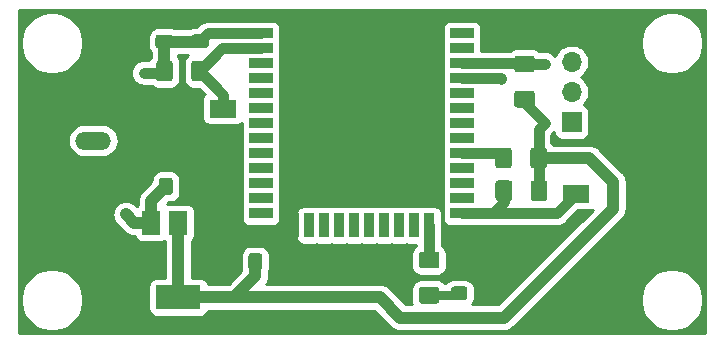
<source format=gtl>
G04 #@! TF.GenerationSoftware,KiCad,Pcbnew,(5.1.9)-1*
G04 #@! TF.CreationDate,2021-04-10T17:31:22+02:00*
G04 #@! TF.ProjectId,StralingslocatiePCB,53747261-6c69-46e6-9773-6c6f63617469,rev?*
G04 #@! TF.SameCoordinates,Original*
G04 #@! TF.FileFunction,Copper,L1,Top*
G04 #@! TF.FilePolarity,Positive*
%FSLAX46Y46*%
G04 Gerber Fmt 4.6, Leading zero omitted, Abs format (unit mm)*
G04 Created by KiCad (PCBNEW (5.1.9)-1) date 2021-04-10 17:31:22*
%MOMM*%
%LPD*%
G01*
G04 APERTURE LIST*
G04 #@! TA.AperFunction,SMDPad,CuDef*
%ADD10R,2.000000X0.900000*%
G04 #@! TD*
G04 #@! TA.AperFunction,SMDPad,CuDef*
%ADD11R,0.900000X2.000000*%
G04 #@! TD*
G04 #@! TA.AperFunction,SMDPad,CuDef*
%ADD12R,1.330000X1.330000*%
G04 #@! TD*
G04 #@! TA.AperFunction,ComponentPad*
%ADD13C,0.400000*%
G04 #@! TD*
G04 #@! TA.AperFunction,ComponentPad*
%ADD14O,1.700000X1.700000*%
G04 #@! TD*
G04 #@! TA.AperFunction,ComponentPad*
%ADD15R,1.700000X1.700000*%
G04 #@! TD*
G04 #@! TA.AperFunction,SMDPad,CuDef*
%ADD16R,2.300000X1.500000*%
G04 #@! TD*
G04 #@! TA.AperFunction,SMDPad,CuDef*
%ADD17R,3.800000X2.000000*%
G04 #@! TD*
G04 #@! TA.AperFunction,SMDPad,CuDef*
%ADD18R,1.500000X2.000000*%
G04 #@! TD*
G04 #@! TA.AperFunction,ComponentPad*
%ADD19O,3.014980X1.506220*%
G04 #@! TD*
G04 #@! TA.AperFunction,ViaPad*
%ADD20C,0.800000*%
G04 #@! TD*
G04 #@! TA.AperFunction,Conductor*
%ADD21C,0.762000*%
G04 #@! TD*
G04 #@! TA.AperFunction,Conductor*
%ADD22C,1.016000*%
G04 #@! TD*
G04 #@! TA.AperFunction,Conductor*
%ADD23C,0.900000*%
G04 #@! TD*
G04 #@! TA.AperFunction,Conductor*
%ADD24C,0.254000*%
G04 #@! TD*
G04 #@! TA.AperFunction,Conductor*
%ADD25C,0.100000*%
G04 #@! TD*
G04 APERTURE END LIST*
D10*
X136702000Y-41160000D03*
X136702000Y-42430000D03*
X136702000Y-43700000D03*
X136702000Y-44970000D03*
X136702000Y-46240000D03*
X136702000Y-47510000D03*
X136702000Y-48780000D03*
X136702000Y-50050000D03*
X136702000Y-51320000D03*
X136702000Y-52590000D03*
X136702000Y-53860000D03*
X136702000Y-55130000D03*
X136702000Y-56400000D03*
X136702000Y-57670000D03*
D11*
X139487000Y-58670000D03*
X140757000Y-58670000D03*
X142027000Y-58670000D03*
X143297000Y-58670000D03*
X144567000Y-58670000D03*
X145837000Y-58670000D03*
X147107000Y-58670000D03*
X148377000Y-58670000D03*
X149647000Y-58670000D03*
X150917000Y-58670000D03*
D10*
X153702000Y-57670000D03*
X153702000Y-56400000D03*
X153702000Y-55130000D03*
X153702000Y-53860000D03*
X153702000Y-52590000D03*
X153702000Y-51320000D03*
X153702000Y-50050000D03*
X153702000Y-48780000D03*
X153702000Y-47510000D03*
X153702000Y-46240000D03*
X153702000Y-44970000D03*
X153702000Y-43700000D03*
X153702000Y-42430000D03*
X153702000Y-41160000D03*
D12*
X142367000Y-46825000D03*
X144202000Y-46825000D03*
X146037000Y-46825000D03*
X142367000Y-48660000D03*
X144202000Y-48660000D03*
X146037000Y-48660000D03*
X142367000Y-50495000D03*
X144202000Y-50495000D03*
X146037000Y-50495000D03*
D13*
X143284500Y-50495000D03*
X145138700Y-50495000D03*
X146002300Y-49580600D03*
X146053100Y-47751800D03*
X144198900Y-47751800D03*
X142344700Y-47751800D03*
X142319300Y-49606000D03*
X144198900Y-49606000D03*
X143284500Y-48666200D03*
X143284500Y-46812000D03*
X145113300Y-46862800D03*
X145113300Y-48691600D03*
G04 #@! TA.AperFunction,SMDPad,CuDef*
G36*
G01*
X130133500Y-55847725D02*
X130133500Y-54898275D01*
G75*
G02*
X130383775Y-54648000I250275J0D01*
G01*
X131058225Y-54648000D01*
G75*
G02*
X131308500Y-54898275I0J-250275D01*
G01*
X131308500Y-55847725D01*
G75*
G02*
X131058225Y-56098000I-250275J0D01*
G01*
X130383775Y-56098000D01*
G75*
G02*
X130133500Y-55847725I0J250275D01*
G01*
G37*
G04 #@! TD.AperFunction*
G04 #@! TA.AperFunction,SMDPad,CuDef*
G36*
G01*
X128058500Y-55848000D02*
X128058500Y-54898000D01*
G75*
G02*
X128308500Y-54648000I250000J0D01*
G01*
X128983500Y-54648000D01*
G75*
G02*
X129233500Y-54898000I0J-250000D01*
G01*
X129233500Y-55848000D01*
G75*
G02*
X128983500Y-56098000I-250000J0D01*
G01*
X128308500Y-56098000D01*
G75*
G02*
X128058500Y-55848000I0J250000D01*
G01*
G37*
G04 #@! TD.AperFunction*
G04 #@! TA.AperFunction,SMDPad,CuDef*
G36*
G01*
X132009000Y-43681000D02*
X131059000Y-43681000D01*
G75*
G02*
X130809000Y-43431000I0J250000D01*
G01*
X130809000Y-42756000D01*
G75*
G02*
X131059000Y-42506000I250000J0D01*
G01*
X132009000Y-42506000D01*
G75*
G02*
X132259000Y-42756000I0J-250000D01*
G01*
X132259000Y-43431000D01*
G75*
G02*
X132009000Y-43681000I-250000J0D01*
G01*
G37*
G04 #@! TD.AperFunction*
G04 #@! TA.AperFunction,SMDPad,CuDef*
G36*
G01*
X132008725Y-41606000D02*
X131059275Y-41606000D01*
G75*
G02*
X130809000Y-41355725I0J250275D01*
G01*
X130809000Y-40681275D01*
G75*
G02*
X131059275Y-40431000I250275J0D01*
G01*
X132008725Y-40431000D01*
G75*
G02*
X132259000Y-40681275I0J-250275D01*
G01*
X132259000Y-41355725D01*
G75*
G02*
X132008725Y-41606000I-250275J0D01*
G01*
G37*
G04 #@! TD.AperFunction*
G04 #@! TA.AperFunction,SMDPad,CuDef*
G36*
G01*
X137700000Y-62224725D02*
X137700000Y-61275275D01*
G75*
G02*
X137950275Y-61025000I250275J0D01*
G01*
X138624725Y-61025000D01*
G75*
G02*
X138875000Y-61275275I0J-250275D01*
G01*
X138875000Y-62224725D01*
G75*
G02*
X138624725Y-62475000I-250275J0D01*
G01*
X137950275Y-62475000D01*
G75*
G02*
X137700000Y-62224725I0J250275D01*
G01*
G37*
G04 #@! TD.AperFunction*
G04 #@! TA.AperFunction,SMDPad,CuDef*
G36*
G01*
X135625000Y-62225000D02*
X135625000Y-61275000D01*
G75*
G02*
X135875000Y-61025000I250000J0D01*
G01*
X136550000Y-61025000D01*
G75*
G02*
X136800000Y-61275000I0J-250000D01*
G01*
X136800000Y-62225000D01*
G75*
G02*
X136550000Y-62475000I-250000J0D01*
G01*
X135875000Y-62475000D01*
G75*
G02*
X135625000Y-62225000I0J250000D01*
G01*
G37*
G04 #@! TD.AperFunction*
G04 #@! TA.AperFunction,SMDPad,CuDef*
G36*
G01*
X128961000Y-43702500D02*
X128011000Y-43702500D01*
G75*
G02*
X127761000Y-43452500I0J250000D01*
G01*
X127761000Y-42777500D01*
G75*
G02*
X128011000Y-42527500I250000J0D01*
G01*
X128961000Y-42527500D01*
G75*
G02*
X129211000Y-42777500I0J-250000D01*
G01*
X129211000Y-43452500D01*
G75*
G02*
X128961000Y-43702500I-250000J0D01*
G01*
G37*
G04 #@! TD.AperFunction*
G04 #@! TA.AperFunction,SMDPad,CuDef*
G36*
G01*
X128960725Y-41627500D02*
X128011275Y-41627500D01*
G75*
G02*
X127761000Y-41377225I0J250275D01*
G01*
X127761000Y-40702775D01*
G75*
G02*
X128011275Y-40452500I250275J0D01*
G01*
X128960725Y-40452500D01*
G75*
G02*
X129211000Y-40702775I0J-250275D01*
G01*
X129211000Y-41377225D01*
G75*
G02*
X128960725Y-41627500I-250275J0D01*
G01*
G37*
G04 #@! TD.AperFunction*
G04 #@! TA.AperFunction,SMDPad,CuDef*
G36*
G01*
X153022550Y-61792000D02*
X153923450Y-61792000D01*
G75*
G02*
X154173000Y-62041550I0J-249550D01*
G01*
X154173000Y-62692450D01*
G75*
G02*
X153923450Y-62942000I-249550J0D01*
G01*
X153022550Y-62942000D01*
G75*
G02*
X152773000Y-62692450I0J249550D01*
G01*
X152773000Y-62041550D01*
G75*
G02*
X153022550Y-61792000I249550J0D01*
G01*
G37*
G04 #@! TD.AperFunction*
G04 #@! TA.AperFunction,SMDPad,CuDef*
G36*
G01*
X153022999Y-63842000D02*
X153923001Y-63842000D01*
G75*
G02*
X154173000Y-64091999I0J-249999D01*
G01*
X154173000Y-64742001D01*
G75*
G02*
X153923001Y-64992000I-249999J0D01*
G01*
X153022999Y-64992000D01*
G75*
G02*
X152773000Y-64742001I0J249999D01*
G01*
X152773000Y-64091999D01*
G75*
G02*
X153022999Y-63842000I249999J0D01*
G01*
G37*
G04 #@! TD.AperFunction*
D14*
X163000000Y-42310000D03*
X163000000Y-44850000D03*
X163000000Y-47390000D03*
D15*
X163000000Y-49930000D03*
G04 #@! TA.AperFunction,SMDPad,CuDef*
G36*
G01*
X159625000Y-45725000D02*
X158375000Y-45725000D01*
G75*
G02*
X158125000Y-45475000I0J250000D01*
G01*
X158125000Y-44550000D01*
G75*
G02*
X158375000Y-44300000I250000J0D01*
G01*
X159625000Y-44300000D01*
G75*
G02*
X159875000Y-44550000I0J-250000D01*
G01*
X159875000Y-45475000D01*
G75*
G02*
X159625000Y-45725000I-250000J0D01*
G01*
G37*
G04 #@! TD.AperFunction*
G04 #@! TA.AperFunction,SMDPad,CuDef*
G36*
G01*
X159625000Y-48700000D02*
X158375000Y-48700000D01*
G75*
G02*
X158125000Y-48450000I0J250000D01*
G01*
X158125000Y-47525000D01*
G75*
G02*
X158375000Y-47275000I250000J0D01*
G01*
X159625000Y-47275000D01*
G75*
G02*
X159875000Y-47525000I0J-250000D01*
G01*
X159875000Y-48450000D01*
G75*
G02*
X159625000Y-48700000I-250000J0D01*
G01*
G37*
G04 #@! TD.AperFunction*
G04 #@! TA.AperFunction,SMDPad,CuDef*
G36*
G01*
X132210000Y-44987000D02*
X132210000Y-46237000D01*
G75*
G02*
X131960000Y-46487000I-250000J0D01*
G01*
X131035000Y-46487000D01*
G75*
G02*
X130785000Y-46237000I0J250000D01*
G01*
X130785000Y-44987000D01*
G75*
G02*
X131035000Y-44737000I250000J0D01*
G01*
X131960000Y-44737000D01*
G75*
G02*
X132210000Y-44987000I0J-250000D01*
G01*
G37*
G04 #@! TD.AperFunction*
G04 #@! TA.AperFunction,SMDPad,CuDef*
G36*
G01*
X129235000Y-44987000D02*
X129235000Y-46237000D01*
G75*
G02*
X128985000Y-46487000I-250000J0D01*
G01*
X128060000Y-46487000D01*
G75*
G02*
X127810000Y-46237000I0J250000D01*
G01*
X127810000Y-44987000D01*
G75*
G02*
X128060000Y-44737000I250000J0D01*
G01*
X128985000Y-44737000D01*
G75*
G02*
X129235000Y-44987000I0J-250000D01*
G01*
G37*
G04 #@! TD.AperFunction*
G04 #@! TA.AperFunction,SMDPad,CuDef*
G36*
G01*
X151558000Y-65301500D02*
X150308000Y-65301500D01*
G75*
G02*
X150058000Y-65051500I0J250000D01*
G01*
X150058000Y-64126500D01*
G75*
G02*
X150308000Y-63876500I250000J0D01*
G01*
X151558000Y-63876500D01*
G75*
G02*
X151808000Y-64126500I0J-250000D01*
G01*
X151808000Y-65051500D01*
G75*
G02*
X151558000Y-65301500I-250000J0D01*
G01*
G37*
G04 #@! TD.AperFunction*
G04 #@! TA.AperFunction,SMDPad,CuDef*
G36*
G01*
X151558000Y-62326500D02*
X150308000Y-62326500D01*
G75*
G02*
X150058000Y-62076500I0J250000D01*
G01*
X150058000Y-61151500D01*
G75*
G02*
X150308000Y-60901500I250000J0D01*
G01*
X151558000Y-60901500D01*
G75*
G02*
X151808000Y-61151500I0J-250000D01*
G01*
X151808000Y-62076500D01*
G75*
G02*
X151558000Y-62326500I-250000J0D01*
G01*
G37*
G04 #@! TD.AperFunction*
G04 #@! TA.AperFunction,SMDPad,CuDef*
G36*
G01*
X159491500Y-53603000D02*
X159491500Y-52353000D01*
G75*
G02*
X159741500Y-52103000I250000J0D01*
G01*
X160666500Y-52103000D01*
G75*
G02*
X160916500Y-52353000I0J-250000D01*
G01*
X160916500Y-53603000D01*
G75*
G02*
X160666500Y-53853000I-250000J0D01*
G01*
X159741500Y-53853000D01*
G75*
G02*
X159491500Y-53603000I0J250000D01*
G01*
G37*
G04 #@! TD.AperFunction*
G04 #@! TA.AperFunction,SMDPad,CuDef*
G36*
G01*
X156516500Y-53603000D02*
X156516500Y-52353000D01*
G75*
G02*
X156766500Y-52103000I250000J0D01*
G01*
X157691500Y-52103000D01*
G75*
G02*
X157941500Y-52353000I0J-250000D01*
G01*
X157941500Y-53603000D01*
G75*
G02*
X157691500Y-53853000I-250000J0D01*
G01*
X156766500Y-53853000D01*
G75*
G02*
X156516500Y-53603000I0J250000D01*
G01*
G37*
G04 #@! TD.AperFunction*
G04 #@! TA.AperFunction,SMDPad,CuDef*
G36*
G01*
X157975000Y-55125000D02*
X157975000Y-56375000D01*
G75*
G02*
X157725000Y-56625000I-250000J0D01*
G01*
X156800000Y-56625000D01*
G75*
G02*
X156550000Y-56375000I0J250000D01*
G01*
X156550000Y-55125000D01*
G75*
G02*
X156800000Y-54875000I250000J0D01*
G01*
X157725000Y-54875000D01*
G75*
G02*
X157975000Y-55125000I0J-250000D01*
G01*
G37*
G04 #@! TD.AperFunction*
G04 #@! TA.AperFunction,SMDPad,CuDef*
G36*
G01*
X160950000Y-55125000D02*
X160950000Y-56375000D01*
G75*
G02*
X160700000Y-56625000I-250000J0D01*
G01*
X159775000Y-56625000D01*
G75*
G02*
X159525000Y-56375000I0J250000D01*
G01*
X159525000Y-55125000D01*
G75*
G02*
X159775000Y-54875000I250000J0D01*
G01*
X160700000Y-54875000D01*
G75*
G02*
X160950000Y-55125000I0J-250000D01*
G01*
G37*
G04 #@! TD.AperFunction*
D16*
X133503000Y-48787000D03*
X126803000Y-48787000D03*
X163400000Y-56000000D03*
X170100000Y-56000000D03*
D17*
X129705000Y-64771000D03*
D18*
X129705000Y-58471000D03*
X127405000Y-58471000D03*
X132005000Y-58471000D03*
D19*
X122500000Y-51502480D03*
X122500000Y-54997520D03*
D20*
X125250000Y-57750000D03*
X160750000Y-50000000D03*
X134000000Y-64750000D03*
X126750000Y-45750000D03*
X160750000Y-45000000D03*
X157000000Y-46250000D03*
D21*
X153301000Y-64589000D02*
X153473000Y-64417000D01*
X150933000Y-64589000D02*
X153301000Y-64589000D01*
D22*
X142367000Y-46825000D02*
X144202000Y-46825000D01*
X144202000Y-46825000D02*
X146037000Y-46825000D01*
X142367000Y-46825000D02*
X142367000Y-48660000D01*
X142367000Y-48660000D02*
X142367000Y-50495000D01*
X142367000Y-50495000D02*
X144202000Y-50495000D01*
X144202000Y-50495000D02*
X144202000Y-48660000D01*
X144202000Y-48660000D02*
X142367000Y-48660000D01*
X144202000Y-48660000D02*
X144202000Y-46825000D01*
X144202000Y-48660000D02*
X146037000Y-48660000D01*
X144202000Y-50495000D02*
X146037000Y-50495000D01*
X146037000Y-50495000D02*
X146037000Y-48660000D01*
X127405000Y-56614000D02*
X128646000Y-55373000D01*
X127405000Y-58471000D02*
X127405000Y-56614000D01*
X125971000Y-58471000D02*
X125250000Y-57750000D01*
X127405000Y-58471000D02*
X125971000Y-58471000D01*
X131512500Y-43115000D02*
X131534000Y-43093500D01*
X128486000Y-43115000D02*
X131512500Y-43115000D01*
X128486000Y-45575500D02*
X128522500Y-45612000D01*
X128486000Y-43115000D02*
X128486000Y-45575500D01*
X133515000Y-64771000D02*
X129705000Y-64771000D01*
X129705000Y-64771000D02*
X129705000Y-58471000D01*
X129705000Y-64771000D02*
X129705000Y-64705000D01*
X146771000Y-64771000D02*
X148500000Y-66500000D01*
X148500000Y-66500000D02*
X155500000Y-66500000D01*
X133515000Y-64771000D02*
X134271000Y-64771000D01*
X135021000Y-64771000D02*
X134771000Y-64771000D01*
X134771000Y-64771000D02*
X146771000Y-64771000D01*
X134271000Y-64771000D02*
X134771000Y-64771000D01*
D23*
X160204000Y-55716500D02*
X160237500Y-55750000D01*
X160204000Y-52978000D02*
X160204000Y-55716500D01*
X159000000Y-48250000D02*
X160750000Y-50000000D01*
X159000000Y-47987500D02*
X159000000Y-48250000D01*
X160204000Y-50546000D02*
X160750000Y-50000000D01*
X160204000Y-52978000D02*
X160204000Y-50546000D01*
D22*
X155500000Y-66500000D02*
X157250000Y-66500000D01*
X157250000Y-66500000D02*
X166500000Y-57250000D01*
X166500000Y-57250000D02*
X166500000Y-55000000D01*
X164478000Y-52978000D02*
X160204000Y-52978000D01*
X166500000Y-55000000D02*
X164478000Y-52978000D01*
D23*
X128384500Y-45750000D02*
X128522500Y-45612000D01*
X126750000Y-45750000D02*
X128384500Y-45750000D01*
D22*
X136212500Y-61750000D02*
X136212500Y-62962500D01*
X134425000Y-64750000D02*
X134000000Y-64750000D01*
X136212500Y-62962500D02*
X134425000Y-64750000D01*
D23*
X132197500Y-42430000D02*
X131534000Y-43093500D01*
X134702000Y-42430000D02*
X132197500Y-42430000D01*
X134702000Y-42430000D02*
X136702000Y-42430000D01*
D21*
X156841000Y-52590000D02*
X157229000Y-52978000D01*
D23*
X153702000Y-52590000D02*
X156841000Y-52590000D01*
X158957500Y-44970000D02*
X159000000Y-45012500D01*
X153702000Y-44970000D02*
X158957500Y-44970000D01*
X160737500Y-45012500D02*
X160750000Y-45000000D01*
X159000000Y-45012500D02*
X160737500Y-45012500D01*
X156990000Y-46240000D02*
X157000000Y-46250000D01*
X153702000Y-46240000D02*
X156990000Y-46240000D01*
D21*
X150933000Y-58686000D02*
X150917000Y-58670000D01*
D23*
X150917000Y-61598000D02*
X150933000Y-61614000D01*
X150917000Y-58670000D02*
X150917000Y-61598000D01*
D22*
X133497500Y-48781500D02*
X133503000Y-48787000D01*
D23*
X133409500Y-43700000D02*
X131497500Y-45612000D01*
X136702000Y-43700000D02*
X133409500Y-43700000D01*
X133503000Y-47617500D02*
X131497500Y-45612000D01*
X133503000Y-48787000D02*
X133503000Y-47617500D01*
X153702000Y-57670000D02*
X156330000Y-57670000D01*
X157262500Y-56737500D02*
X157262500Y-55750000D01*
X156330000Y-57670000D02*
X157262500Y-56737500D01*
X161730000Y-57670000D02*
X163400000Y-56000000D01*
X156330000Y-57670000D02*
X161730000Y-57670000D01*
D24*
X174315001Y-67815000D02*
X116185000Y-67815000D01*
X116185000Y-64740475D01*
X116365000Y-64740475D01*
X116365000Y-65259525D01*
X116466261Y-65768601D01*
X116664893Y-66248141D01*
X116953262Y-66679715D01*
X117320285Y-67046738D01*
X117751859Y-67335107D01*
X118231399Y-67533739D01*
X118740475Y-67635000D01*
X119259525Y-67635000D01*
X119768601Y-67533739D01*
X120248141Y-67335107D01*
X120679715Y-67046738D01*
X121046738Y-66679715D01*
X121335107Y-66248141D01*
X121533739Y-65768601D01*
X121635000Y-65259525D01*
X121635000Y-64740475D01*
X121533739Y-64231399D01*
X121335107Y-63751859D01*
X121046738Y-63320285D01*
X120679715Y-62953262D01*
X120248141Y-62664893D01*
X119768601Y-62466261D01*
X119259525Y-62365000D01*
X118740475Y-62365000D01*
X118231399Y-62466261D01*
X117751859Y-62664893D01*
X117320285Y-62953262D01*
X116953262Y-63320285D01*
X116664893Y-63751859D01*
X116466261Y-64231399D01*
X116365000Y-64740475D01*
X116185000Y-64740475D01*
X116185000Y-57750000D01*
X124101471Y-57750000D01*
X124123539Y-57974067D01*
X124188898Y-58189523D01*
X124295033Y-58388088D01*
X124402076Y-58518521D01*
X125123072Y-59239517D01*
X125158867Y-59283133D01*
X125332911Y-59425968D01*
X125531477Y-59532103D01*
X125681574Y-59577635D01*
X125746932Y-59597461D01*
X125767517Y-59599488D01*
X125914854Y-59614000D01*
X125914861Y-59614000D01*
X125971000Y-59619529D01*
X126027139Y-59614000D01*
X126034805Y-59614000D01*
X126065498Y-59715180D01*
X126124463Y-59825494D01*
X126203815Y-59922185D01*
X126300506Y-60001537D01*
X126410820Y-60060502D01*
X126530518Y-60096812D01*
X126655000Y-60109072D01*
X128155000Y-60109072D01*
X128279482Y-60096812D01*
X128399180Y-60060502D01*
X128509494Y-60001537D01*
X128555000Y-59964191D01*
X128562001Y-59969937D01*
X128562000Y-63132928D01*
X127805000Y-63132928D01*
X127680518Y-63145188D01*
X127560820Y-63181498D01*
X127450506Y-63240463D01*
X127353815Y-63319815D01*
X127274463Y-63416506D01*
X127215498Y-63526820D01*
X127179188Y-63646518D01*
X127166928Y-63771000D01*
X127166928Y-65771000D01*
X127179188Y-65895482D01*
X127215498Y-66015180D01*
X127274463Y-66125494D01*
X127353815Y-66222185D01*
X127450506Y-66301537D01*
X127560820Y-66360502D01*
X127680518Y-66396812D01*
X127805000Y-66409072D01*
X131605000Y-66409072D01*
X131729482Y-66396812D01*
X131849180Y-66360502D01*
X131959494Y-66301537D01*
X132056185Y-66222185D01*
X132135537Y-66125494D01*
X132194502Y-66015180D01*
X132225195Y-65914000D01*
X146297555Y-65914000D01*
X147652081Y-67268528D01*
X147687867Y-67312133D01*
X147731471Y-67347918D01*
X147731477Y-67347924D01*
X147842117Y-67438723D01*
X147861911Y-67454968D01*
X148060477Y-67561103D01*
X148210574Y-67606635D01*
X148275932Y-67626461D01*
X148298600Y-67628694D01*
X148443854Y-67643000D01*
X148443860Y-67643000D01*
X148499999Y-67648529D01*
X148556138Y-67643000D01*
X157193861Y-67643000D01*
X157250000Y-67648529D01*
X157306139Y-67643000D01*
X157306146Y-67643000D01*
X157474067Y-67626461D01*
X157689523Y-67561103D01*
X157888089Y-67454968D01*
X158062133Y-67312133D01*
X158097928Y-67268517D01*
X160625970Y-64740475D01*
X168865000Y-64740475D01*
X168865000Y-65259525D01*
X168966261Y-65768601D01*
X169164893Y-66248141D01*
X169453262Y-66679715D01*
X169820285Y-67046738D01*
X170251859Y-67335107D01*
X170731399Y-67533739D01*
X171240475Y-67635000D01*
X171759525Y-67635000D01*
X172268601Y-67533739D01*
X172748141Y-67335107D01*
X173179715Y-67046738D01*
X173546738Y-66679715D01*
X173835107Y-66248141D01*
X174033739Y-65768601D01*
X174135000Y-65259525D01*
X174135000Y-64740475D01*
X174033739Y-64231399D01*
X173835107Y-63751859D01*
X173546738Y-63320285D01*
X173179715Y-62953262D01*
X172748141Y-62664893D01*
X172268601Y-62466261D01*
X171759525Y-62365000D01*
X171240475Y-62365000D01*
X170731399Y-62466261D01*
X170251859Y-62664893D01*
X169820285Y-62953262D01*
X169453262Y-63320285D01*
X169164893Y-63751859D01*
X168966261Y-64231399D01*
X168865000Y-64740475D01*
X160625970Y-64740475D01*
X167268524Y-58097922D01*
X167312133Y-58062133D01*
X167454968Y-57888089D01*
X167561103Y-57689523D01*
X167626461Y-57474067D01*
X167643000Y-57306146D01*
X167643000Y-57306140D01*
X167648529Y-57250001D01*
X167643000Y-57193862D01*
X167643000Y-55056139D01*
X167648529Y-55000000D01*
X167643000Y-54943861D01*
X167643000Y-54943854D01*
X167626461Y-54775933D01*
X167614018Y-54734912D01*
X167591444Y-54660498D01*
X167561103Y-54560477D01*
X167454968Y-54361911D01*
X167312133Y-54187867D01*
X167268523Y-54152077D01*
X165325927Y-52209482D01*
X165290133Y-52165867D01*
X165116089Y-52023032D01*
X164917523Y-51916897D01*
X164702067Y-51851539D01*
X164534146Y-51835000D01*
X164534139Y-51835000D01*
X164478000Y-51829471D01*
X164421861Y-51835000D01*
X161384705Y-51835000D01*
X161294462Y-51725038D01*
X161289000Y-51720555D01*
X161289000Y-50995421D01*
X161479528Y-50804893D01*
X161511928Y-50778303D01*
X161511928Y-50780000D01*
X161524188Y-50904482D01*
X161560498Y-51024180D01*
X161619463Y-51134494D01*
X161698815Y-51231185D01*
X161795506Y-51310537D01*
X161905820Y-51369502D01*
X162025518Y-51405812D01*
X162150000Y-51418072D01*
X163850000Y-51418072D01*
X163974482Y-51405812D01*
X164094180Y-51369502D01*
X164204494Y-51310537D01*
X164301185Y-51231185D01*
X164380537Y-51134494D01*
X164439502Y-51024180D01*
X164475812Y-50904482D01*
X164488072Y-50780000D01*
X164488072Y-49080000D01*
X164475812Y-48955518D01*
X164439502Y-48835820D01*
X164380537Y-48725506D01*
X164301185Y-48628815D01*
X164204494Y-48549463D01*
X164094180Y-48490498D01*
X164021620Y-48468487D01*
X164153475Y-48336632D01*
X164315990Y-48093411D01*
X164427932Y-47823158D01*
X164485000Y-47536260D01*
X164485000Y-47243740D01*
X164427932Y-46956842D01*
X164315990Y-46686589D01*
X164153475Y-46443368D01*
X163946632Y-46236525D01*
X163772240Y-46120000D01*
X163946632Y-46003475D01*
X164153475Y-45796632D01*
X164315990Y-45553411D01*
X164427932Y-45283158D01*
X164485000Y-44996260D01*
X164485000Y-44703740D01*
X164427932Y-44416842D01*
X164315990Y-44146589D01*
X164153475Y-43903368D01*
X163946632Y-43696525D01*
X163703411Y-43534010D01*
X163433158Y-43422068D01*
X163146260Y-43365000D01*
X162853740Y-43365000D01*
X162566842Y-43422068D01*
X162296589Y-43534010D01*
X162053368Y-43696525D01*
X161846525Y-43903368D01*
X161684010Y-44146589D01*
X161606599Y-44333475D01*
X161520922Y-44229078D01*
X161355710Y-44093491D01*
X161167220Y-43992742D01*
X160962697Y-43930700D01*
X160750000Y-43909752D01*
X160569795Y-43927500D01*
X160257445Y-43927500D01*
X160252962Y-43922038D01*
X160118386Y-43811595D01*
X159964850Y-43729528D01*
X159798254Y-43678992D01*
X159625000Y-43661928D01*
X158375000Y-43661928D01*
X158201746Y-43678992D01*
X158035150Y-43729528D01*
X157881614Y-43811595D01*
X157792169Y-43885000D01*
X155340072Y-43885000D01*
X155340072Y-43250000D01*
X155327812Y-43125518D01*
X155309454Y-43065000D01*
X155327812Y-43004482D01*
X155329191Y-42990475D01*
X168865000Y-42990475D01*
X168865000Y-43509525D01*
X168966261Y-44018601D01*
X169164893Y-44498141D01*
X169453262Y-44929715D01*
X169820285Y-45296738D01*
X170251859Y-45585107D01*
X170731399Y-45783739D01*
X171240475Y-45885000D01*
X171759525Y-45885000D01*
X172268601Y-45783739D01*
X172748141Y-45585107D01*
X173179715Y-45296738D01*
X173546738Y-44929715D01*
X173835107Y-44498141D01*
X174033739Y-44018601D01*
X174135000Y-43509525D01*
X174135000Y-42990475D01*
X174033739Y-42481399D01*
X173835107Y-42001859D01*
X173546738Y-41570285D01*
X173179715Y-41203262D01*
X172748141Y-40914893D01*
X172268601Y-40716261D01*
X171759525Y-40615000D01*
X171240475Y-40615000D01*
X170731399Y-40716261D01*
X170251859Y-40914893D01*
X169820285Y-41203262D01*
X169453262Y-41570285D01*
X169164893Y-42001859D01*
X168966261Y-42481399D01*
X168865000Y-42990475D01*
X155329191Y-42990475D01*
X155340072Y-42880000D01*
X155340072Y-41980000D01*
X155327812Y-41855518D01*
X155291502Y-41735820D01*
X155232537Y-41625506D01*
X155153185Y-41528815D01*
X155056494Y-41449463D01*
X154946180Y-41390498D01*
X154826482Y-41354188D01*
X154702000Y-41341928D01*
X152702000Y-41341928D01*
X152577518Y-41354188D01*
X152457820Y-41390498D01*
X152347506Y-41449463D01*
X152250815Y-41528815D01*
X152171463Y-41625506D01*
X152112498Y-41735820D01*
X152076188Y-41855518D01*
X152063928Y-41980000D01*
X152063928Y-42880000D01*
X152076188Y-43004482D01*
X152094546Y-43065000D01*
X152076188Y-43125518D01*
X152063928Y-43250000D01*
X152063928Y-44150000D01*
X152076188Y-44274482D01*
X152094546Y-44335000D01*
X152076188Y-44395518D01*
X152063928Y-44520000D01*
X152063928Y-45420000D01*
X152076188Y-45544482D01*
X152094546Y-45605000D01*
X152076188Y-45665518D01*
X152063928Y-45790000D01*
X152063928Y-46690000D01*
X152076188Y-46814482D01*
X152094546Y-46875000D01*
X152076188Y-46935518D01*
X152063928Y-47060000D01*
X152063928Y-47960000D01*
X152076188Y-48084482D01*
X152094546Y-48145000D01*
X152076188Y-48205518D01*
X152063928Y-48330000D01*
X152063928Y-49230000D01*
X152076188Y-49354482D01*
X152094546Y-49415000D01*
X152076188Y-49475518D01*
X152063928Y-49600000D01*
X152063928Y-50500000D01*
X152076188Y-50624482D01*
X152094546Y-50685000D01*
X152076188Y-50745518D01*
X152063928Y-50870000D01*
X152063928Y-51770000D01*
X152076188Y-51894482D01*
X152094546Y-51955000D01*
X152076188Y-52015518D01*
X152063928Y-52140000D01*
X152063928Y-53040000D01*
X152076188Y-53164482D01*
X152094546Y-53225000D01*
X152076188Y-53285518D01*
X152063928Y-53410000D01*
X152063928Y-54310000D01*
X152076188Y-54434482D01*
X152094546Y-54495000D01*
X152076188Y-54555518D01*
X152063928Y-54680000D01*
X152063928Y-55580000D01*
X152076188Y-55704482D01*
X152094546Y-55765000D01*
X152076188Y-55825518D01*
X152063928Y-55950000D01*
X152063928Y-56850000D01*
X152076188Y-56974482D01*
X152094546Y-57035000D01*
X152076188Y-57095518D01*
X152063928Y-57220000D01*
X152063928Y-58120000D01*
X152076188Y-58244482D01*
X152112498Y-58364180D01*
X152171463Y-58474494D01*
X152250815Y-58571185D01*
X152347506Y-58650537D01*
X152457820Y-58709502D01*
X152577518Y-58745812D01*
X152702000Y-58758072D01*
X154702000Y-58758072D01*
X154733192Y-58755000D01*
X156276714Y-58755000D01*
X156330000Y-58760248D01*
X156383286Y-58755000D01*
X161676714Y-58755000D01*
X161730000Y-58760248D01*
X161783286Y-58755000D01*
X161783294Y-58755000D01*
X161942697Y-58739300D01*
X162147220Y-58677259D01*
X162335710Y-58576509D01*
X162500922Y-58440922D01*
X162534895Y-58399526D01*
X163546350Y-57388072D01*
X164550000Y-57388072D01*
X164674482Y-57375812D01*
X164793996Y-57339558D01*
X156776555Y-65357000D01*
X154561600Y-65357000D01*
X154661405Y-65235387D01*
X154743472Y-65081851D01*
X154794008Y-64915255D01*
X154811072Y-64742001D01*
X154811072Y-64091999D01*
X154794008Y-63918745D01*
X154743472Y-63752149D01*
X154661405Y-63598613D01*
X154550962Y-63464038D01*
X154416387Y-63353595D01*
X154262851Y-63271528D01*
X154096255Y-63220992D01*
X153923001Y-63203928D01*
X153022999Y-63203928D01*
X152849745Y-63220992D01*
X152683149Y-63271528D01*
X152529613Y-63353595D01*
X152395038Y-63464038D01*
X152305615Y-63573000D01*
X152247071Y-63573000D01*
X152185962Y-63498538D01*
X152051386Y-63388095D01*
X151897850Y-63306028D01*
X151731254Y-63255492D01*
X151558000Y-63238428D01*
X150308000Y-63238428D01*
X150134746Y-63255492D01*
X149968150Y-63306028D01*
X149814614Y-63388095D01*
X149680038Y-63498538D01*
X149569595Y-63633114D01*
X149487528Y-63786650D01*
X149436992Y-63953246D01*
X149419928Y-64126500D01*
X149419928Y-65051500D01*
X149436992Y-65224754D01*
X149477108Y-65357000D01*
X148973447Y-65357000D01*
X147618927Y-64002482D01*
X147583133Y-63958867D01*
X147409089Y-63816032D01*
X147210523Y-63709897D01*
X146995067Y-63644539D01*
X146827146Y-63628000D01*
X146827139Y-63628000D01*
X146771000Y-63622471D01*
X146714861Y-63628000D01*
X137144972Y-63628000D01*
X137167468Y-63600589D01*
X137265862Y-63416506D01*
X137273603Y-63402024D01*
X137338961Y-63186568D01*
X137340988Y-63165983D01*
X137355500Y-63018646D01*
X137355500Y-63018639D01*
X137361029Y-62962500D01*
X137355500Y-62906361D01*
X137355500Y-62592861D01*
X137370472Y-62564850D01*
X137421008Y-62398254D01*
X137438072Y-62225000D01*
X137438072Y-61275000D01*
X137421008Y-61101746D01*
X137370472Y-60935150D01*
X137288405Y-60781614D01*
X137177962Y-60647038D01*
X137043386Y-60536595D01*
X136889850Y-60454528D01*
X136723254Y-60403992D01*
X136550000Y-60386928D01*
X135875000Y-60386928D01*
X135701746Y-60403992D01*
X135535150Y-60454528D01*
X135381614Y-60536595D01*
X135247038Y-60647038D01*
X135136595Y-60781614D01*
X135054528Y-60935150D01*
X135003992Y-61101746D01*
X134986928Y-61275000D01*
X134986928Y-62225000D01*
X135003992Y-62398254D01*
X135040372Y-62518183D01*
X133951555Y-63607000D01*
X133943854Y-63607000D01*
X133775933Y-63623539D01*
X133761227Y-63628000D01*
X132225195Y-63628000D01*
X132194502Y-63526820D01*
X132135537Y-63416506D01*
X132056185Y-63319815D01*
X131959494Y-63240463D01*
X131849180Y-63181498D01*
X131729482Y-63145188D01*
X131605000Y-63132928D01*
X130848000Y-63132928D01*
X130848000Y-59969936D01*
X130906185Y-59922185D01*
X130985537Y-59825494D01*
X131044502Y-59715180D01*
X131080812Y-59595482D01*
X131093072Y-59471000D01*
X131093072Y-57471000D01*
X131080812Y-57346518D01*
X131044502Y-57226820D01*
X130985537Y-57116506D01*
X130906185Y-57019815D01*
X130809494Y-56940463D01*
X130699180Y-56881498D01*
X130579482Y-56845188D01*
X130455000Y-56832928D01*
X128955000Y-56832928D01*
X128830518Y-56845188D01*
X128772727Y-56862719D01*
X128899374Y-56736072D01*
X128983500Y-56736072D01*
X129156754Y-56719008D01*
X129323350Y-56668472D01*
X129476886Y-56586405D01*
X129611462Y-56475962D01*
X129721905Y-56341386D01*
X129803972Y-56187850D01*
X129854508Y-56021254D01*
X129871572Y-55848000D01*
X129871572Y-54898000D01*
X129854508Y-54724746D01*
X129803972Y-54558150D01*
X129721905Y-54404614D01*
X129611462Y-54270038D01*
X129476886Y-54159595D01*
X129323350Y-54077528D01*
X129156754Y-54026992D01*
X128983500Y-54009928D01*
X128308500Y-54009928D01*
X128135246Y-54026992D01*
X127968650Y-54077528D01*
X127815114Y-54159595D01*
X127680538Y-54270038D01*
X127570095Y-54404614D01*
X127488028Y-54558150D01*
X127437492Y-54724746D01*
X127420428Y-54898000D01*
X127420428Y-54982126D01*
X126636478Y-55766077D01*
X126592868Y-55801867D01*
X126557078Y-55845477D01*
X126557076Y-55845479D01*
X126555007Y-55848000D01*
X126450033Y-55975911D01*
X126371125Y-56123539D01*
X126343898Y-56174477D01*
X126278539Y-56389933D01*
X126256471Y-56614000D01*
X126262001Y-56670148D01*
X126262001Y-56972063D01*
X126203815Y-57019815D01*
X126173364Y-57056919D01*
X126018521Y-56902076D01*
X125888088Y-56795033D01*
X125689523Y-56688898D01*
X125474067Y-56623539D01*
X125250000Y-56601471D01*
X125025933Y-56623539D01*
X124810477Y-56688898D01*
X124611912Y-56795033D01*
X124437867Y-56937867D01*
X124295033Y-57111912D01*
X124188898Y-57310477D01*
X124123539Y-57525933D01*
X124101471Y-57750000D01*
X116185000Y-57750000D01*
X116185000Y-51502480D01*
X120350794Y-51502480D01*
X120377595Y-51774597D01*
X120456969Y-52036257D01*
X120585865Y-52277404D01*
X120759329Y-52488771D01*
X120970696Y-52662235D01*
X121211843Y-52791131D01*
X121473503Y-52870505D01*
X121677431Y-52890590D01*
X123322569Y-52890590D01*
X123526497Y-52870505D01*
X123788157Y-52791131D01*
X124029304Y-52662235D01*
X124240671Y-52488771D01*
X124414135Y-52277404D01*
X124543031Y-52036257D01*
X124622405Y-51774597D01*
X124649206Y-51502480D01*
X124622405Y-51230363D01*
X124543031Y-50968703D01*
X124414135Y-50727556D01*
X124240671Y-50516189D01*
X124029304Y-50342725D01*
X123788157Y-50213829D01*
X123526497Y-50134455D01*
X123322569Y-50114370D01*
X121677431Y-50114370D01*
X121473503Y-50134455D01*
X121211843Y-50213829D01*
X120970696Y-50342725D01*
X120759329Y-50516189D01*
X120585865Y-50727556D01*
X120456969Y-50968703D01*
X120377595Y-51230363D01*
X120350794Y-51502480D01*
X116185000Y-51502480D01*
X116185000Y-42990475D01*
X116365000Y-42990475D01*
X116365000Y-43509525D01*
X116466261Y-44018601D01*
X116664893Y-44498141D01*
X116953262Y-44929715D01*
X117320285Y-45296738D01*
X117751859Y-45585107D01*
X118231399Y-45783739D01*
X118740475Y-45885000D01*
X119259525Y-45885000D01*
X119768601Y-45783739D01*
X119850054Y-45750000D01*
X125659751Y-45750000D01*
X125680700Y-45962697D01*
X125742741Y-46167220D01*
X125843491Y-46355710D01*
X125979078Y-46520922D01*
X126144290Y-46656509D01*
X126332780Y-46757259D01*
X126537303Y-46819300D01*
X126696706Y-46835000D01*
X127407449Y-46835000D01*
X127432038Y-46864962D01*
X127566614Y-46975405D01*
X127720150Y-47057472D01*
X127886746Y-47108008D01*
X128060000Y-47125072D01*
X128985000Y-47125072D01*
X129158254Y-47108008D01*
X129324850Y-47057472D01*
X129478386Y-46975405D01*
X129612962Y-46864962D01*
X129723405Y-46730386D01*
X129805472Y-46576850D01*
X129856008Y-46410254D01*
X129873072Y-46237000D01*
X129873072Y-44987000D01*
X129856008Y-44813746D01*
X129805472Y-44647150D01*
X129723405Y-44493614D01*
X129629000Y-44378580D01*
X129629000Y-44258000D01*
X130530154Y-44258000D01*
X130407038Y-44359038D01*
X130296595Y-44493614D01*
X130214528Y-44647150D01*
X130163992Y-44813746D01*
X130146928Y-44987000D01*
X130146928Y-46237000D01*
X130163992Y-46410254D01*
X130214528Y-46576850D01*
X130296595Y-46730386D01*
X130407038Y-46864962D01*
X130541614Y-46975405D01*
X130695150Y-47057472D01*
X130861746Y-47108008D01*
X131035000Y-47125072D01*
X131476151Y-47125072D01*
X131921082Y-47570003D01*
X131901815Y-47585815D01*
X131822463Y-47682506D01*
X131763498Y-47792820D01*
X131727188Y-47912518D01*
X131714928Y-48037000D01*
X131714928Y-49537000D01*
X131727188Y-49661482D01*
X131763498Y-49781180D01*
X131822463Y-49891494D01*
X131901815Y-49988185D01*
X131998506Y-50067537D01*
X132108820Y-50126502D01*
X132228518Y-50162812D01*
X132353000Y-50175072D01*
X134653000Y-50175072D01*
X134777482Y-50162812D01*
X134897180Y-50126502D01*
X135007494Y-50067537D01*
X135063928Y-50021223D01*
X135063928Y-50500000D01*
X135076188Y-50624482D01*
X135094546Y-50685000D01*
X135076188Y-50745518D01*
X135063928Y-50870000D01*
X135063928Y-51770000D01*
X135076188Y-51894482D01*
X135094546Y-51955000D01*
X135076188Y-52015518D01*
X135063928Y-52140000D01*
X135063928Y-53040000D01*
X135076188Y-53164482D01*
X135094546Y-53225000D01*
X135076188Y-53285518D01*
X135063928Y-53410000D01*
X135063928Y-54310000D01*
X135076188Y-54434482D01*
X135094546Y-54495000D01*
X135076188Y-54555518D01*
X135063928Y-54680000D01*
X135063928Y-55580000D01*
X135076188Y-55704482D01*
X135094546Y-55765000D01*
X135076188Y-55825518D01*
X135063928Y-55950000D01*
X135063928Y-56850000D01*
X135076188Y-56974482D01*
X135094546Y-57035000D01*
X135076188Y-57095518D01*
X135063928Y-57220000D01*
X135063928Y-58120000D01*
X135076188Y-58244482D01*
X135112498Y-58364180D01*
X135171463Y-58474494D01*
X135250815Y-58571185D01*
X135347506Y-58650537D01*
X135457820Y-58709502D01*
X135577518Y-58745812D01*
X135702000Y-58758072D01*
X137702000Y-58758072D01*
X137826482Y-58745812D01*
X137946180Y-58709502D01*
X138056494Y-58650537D01*
X138153185Y-58571185D01*
X138232537Y-58474494D01*
X138291502Y-58364180D01*
X138327812Y-58244482D01*
X138340072Y-58120000D01*
X138340072Y-57670000D01*
X139668928Y-57670000D01*
X139668928Y-59670000D01*
X139681188Y-59794482D01*
X139717498Y-59914180D01*
X139776463Y-60024494D01*
X139855815Y-60121185D01*
X139952506Y-60200537D01*
X140062820Y-60259502D01*
X140182518Y-60295812D01*
X140307000Y-60308072D01*
X141207000Y-60308072D01*
X141331482Y-60295812D01*
X141392000Y-60277454D01*
X141452518Y-60295812D01*
X141577000Y-60308072D01*
X142477000Y-60308072D01*
X142601482Y-60295812D01*
X142662000Y-60277454D01*
X142722518Y-60295812D01*
X142847000Y-60308072D01*
X143747000Y-60308072D01*
X143871482Y-60295812D01*
X143932000Y-60277454D01*
X143992518Y-60295812D01*
X144117000Y-60308072D01*
X145017000Y-60308072D01*
X145141482Y-60295812D01*
X145202000Y-60277454D01*
X145262518Y-60295812D01*
X145387000Y-60308072D01*
X146287000Y-60308072D01*
X146411482Y-60295812D01*
X146472000Y-60277454D01*
X146532518Y-60295812D01*
X146657000Y-60308072D01*
X147557000Y-60308072D01*
X147681482Y-60295812D01*
X147742000Y-60277454D01*
X147802518Y-60295812D01*
X147927000Y-60308072D01*
X148827000Y-60308072D01*
X148951482Y-60295812D01*
X149012000Y-60277454D01*
X149072518Y-60295812D01*
X149197000Y-60308072D01*
X149832001Y-60308072D01*
X149832001Y-60403802D01*
X149814614Y-60413095D01*
X149680038Y-60523538D01*
X149569595Y-60658114D01*
X149487528Y-60811650D01*
X149436992Y-60978246D01*
X149419928Y-61151500D01*
X149419928Y-62076500D01*
X149436992Y-62249754D01*
X149487528Y-62416350D01*
X149569595Y-62569886D01*
X149680038Y-62704462D01*
X149814614Y-62814905D01*
X149968150Y-62896972D01*
X150134746Y-62947508D01*
X150308000Y-62964572D01*
X151558000Y-62964572D01*
X151731254Y-62947508D01*
X151897850Y-62896972D01*
X152051386Y-62814905D01*
X152185962Y-62704462D01*
X152296405Y-62569886D01*
X152378472Y-62416350D01*
X152429008Y-62249754D01*
X152446072Y-62076500D01*
X152446072Y-61151500D01*
X152429008Y-60978246D01*
X152378472Y-60811650D01*
X152296405Y-60658114D01*
X152185962Y-60523538D01*
X152051386Y-60413095D01*
X152002000Y-60386698D01*
X152002000Y-59701192D01*
X152005072Y-59670000D01*
X152005072Y-57670000D01*
X151992812Y-57545518D01*
X151956502Y-57425820D01*
X151897537Y-57315506D01*
X151818185Y-57218815D01*
X151721494Y-57139463D01*
X151611180Y-57080498D01*
X151491482Y-57044188D01*
X151367000Y-57031928D01*
X150467000Y-57031928D01*
X150342518Y-57044188D01*
X150282000Y-57062546D01*
X150221482Y-57044188D01*
X150097000Y-57031928D01*
X149197000Y-57031928D01*
X149072518Y-57044188D01*
X149012000Y-57062546D01*
X148951482Y-57044188D01*
X148827000Y-57031928D01*
X147927000Y-57031928D01*
X147802518Y-57044188D01*
X147742000Y-57062546D01*
X147681482Y-57044188D01*
X147557000Y-57031928D01*
X146657000Y-57031928D01*
X146532518Y-57044188D01*
X146472000Y-57062546D01*
X146411482Y-57044188D01*
X146287000Y-57031928D01*
X145387000Y-57031928D01*
X145262518Y-57044188D01*
X145202000Y-57062546D01*
X145141482Y-57044188D01*
X145017000Y-57031928D01*
X144117000Y-57031928D01*
X143992518Y-57044188D01*
X143932000Y-57062546D01*
X143871482Y-57044188D01*
X143747000Y-57031928D01*
X142847000Y-57031928D01*
X142722518Y-57044188D01*
X142662000Y-57062546D01*
X142601482Y-57044188D01*
X142477000Y-57031928D01*
X141577000Y-57031928D01*
X141452518Y-57044188D01*
X141392000Y-57062546D01*
X141331482Y-57044188D01*
X141207000Y-57031928D01*
X140307000Y-57031928D01*
X140182518Y-57044188D01*
X140062820Y-57080498D01*
X139952506Y-57139463D01*
X139855815Y-57218815D01*
X139776463Y-57315506D01*
X139717498Y-57425820D01*
X139681188Y-57545518D01*
X139668928Y-57670000D01*
X138340072Y-57670000D01*
X138340072Y-57220000D01*
X138327812Y-57095518D01*
X138309454Y-57035000D01*
X138327812Y-56974482D01*
X138340072Y-56850000D01*
X138340072Y-55950000D01*
X138327812Y-55825518D01*
X138309454Y-55765000D01*
X138327812Y-55704482D01*
X138340072Y-55580000D01*
X138340072Y-54680000D01*
X138327812Y-54555518D01*
X138309454Y-54495000D01*
X138327812Y-54434482D01*
X138340072Y-54310000D01*
X138340072Y-53410000D01*
X138327812Y-53285518D01*
X138309454Y-53225000D01*
X138327812Y-53164482D01*
X138340072Y-53040000D01*
X138340072Y-52140000D01*
X138327812Y-52015518D01*
X138309454Y-51955000D01*
X138327812Y-51894482D01*
X138340072Y-51770000D01*
X138340072Y-50870000D01*
X138327812Y-50745518D01*
X138309454Y-50685000D01*
X138327812Y-50624482D01*
X138340072Y-50500000D01*
X138340072Y-49600000D01*
X138327812Y-49475518D01*
X138309454Y-49415000D01*
X138327812Y-49354482D01*
X138340072Y-49230000D01*
X138340072Y-48330000D01*
X138327812Y-48205518D01*
X138309454Y-48145000D01*
X138327812Y-48084482D01*
X138340072Y-47960000D01*
X138340072Y-47060000D01*
X138327812Y-46935518D01*
X138309454Y-46875000D01*
X138327812Y-46814482D01*
X138340072Y-46690000D01*
X138340072Y-45790000D01*
X138327812Y-45665518D01*
X138309454Y-45605000D01*
X138327812Y-45544482D01*
X138340072Y-45420000D01*
X138340072Y-44520000D01*
X138327812Y-44395518D01*
X138309454Y-44335000D01*
X138327812Y-44274482D01*
X138340072Y-44150000D01*
X138340072Y-43250000D01*
X138327812Y-43125518D01*
X138309454Y-43065000D01*
X138327812Y-43004482D01*
X138340072Y-42880000D01*
X138340072Y-41980000D01*
X138327812Y-41855518D01*
X138291502Y-41735820D01*
X138232537Y-41625506D01*
X138153185Y-41528815D01*
X138056494Y-41449463D01*
X137946180Y-41390498D01*
X137826482Y-41354188D01*
X137702000Y-41341928D01*
X135702000Y-41341928D01*
X135670808Y-41345000D01*
X132250786Y-41345000D01*
X132197500Y-41339752D01*
X132144214Y-41345000D01*
X132144206Y-41345000D01*
X131984803Y-41360700D01*
X131780280Y-41422741D01*
X131591790Y-41523491D01*
X131426578Y-41659078D01*
X131392605Y-41700474D01*
X131225151Y-41867928D01*
X131059000Y-41867928D01*
X130885746Y-41884992D01*
X130719150Y-41935528D01*
X130650916Y-41972000D01*
X129328861Y-41972000D01*
X129300850Y-41957028D01*
X129134254Y-41906492D01*
X128961000Y-41889428D01*
X128011000Y-41889428D01*
X127837746Y-41906492D01*
X127671150Y-41957028D01*
X127517614Y-42039095D01*
X127383038Y-42149538D01*
X127272595Y-42284114D01*
X127190528Y-42437650D01*
X127139992Y-42604246D01*
X127122928Y-42777500D01*
X127122928Y-43452500D01*
X127139992Y-43625754D01*
X127190528Y-43792350D01*
X127272595Y-43945886D01*
X127343000Y-44031676D01*
X127343001Y-44467531D01*
X127321595Y-44493614D01*
X127239528Y-44647150D01*
X127234113Y-44665000D01*
X126696706Y-44665000D01*
X126537303Y-44680700D01*
X126332780Y-44742741D01*
X126144290Y-44843491D01*
X125979078Y-44979078D01*
X125843491Y-45144290D01*
X125742741Y-45332780D01*
X125680700Y-45537303D01*
X125659751Y-45750000D01*
X119850054Y-45750000D01*
X120248141Y-45585107D01*
X120679715Y-45296738D01*
X121046738Y-44929715D01*
X121335107Y-44498141D01*
X121533739Y-44018601D01*
X121635000Y-43509525D01*
X121635000Y-42990475D01*
X121533739Y-42481399D01*
X121335107Y-42001859D01*
X121046738Y-41570285D01*
X120679715Y-41203262D01*
X120248141Y-40914893D01*
X119768601Y-40716261D01*
X119259525Y-40615000D01*
X118740475Y-40615000D01*
X118231399Y-40716261D01*
X117751859Y-40914893D01*
X117320285Y-41203262D01*
X116953262Y-41570285D01*
X116664893Y-42001859D01*
X116466261Y-42481399D01*
X116365000Y-42990475D01*
X116185000Y-42990475D01*
X116185000Y-40435000D01*
X174315000Y-40435000D01*
X174315001Y-67815000D01*
G04 #@! TA.AperFunction,Conductor*
D25*
G36*
X174315001Y-67815000D02*
G01*
X116185000Y-67815000D01*
X116185000Y-64740475D01*
X116365000Y-64740475D01*
X116365000Y-65259525D01*
X116466261Y-65768601D01*
X116664893Y-66248141D01*
X116953262Y-66679715D01*
X117320285Y-67046738D01*
X117751859Y-67335107D01*
X118231399Y-67533739D01*
X118740475Y-67635000D01*
X119259525Y-67635000D01*
X119768601Y-67533739D01*
X120248141Y-67335107D01*
X120679715Y-67046738D01*
X121046738Y-66679715D01*
X121335107Y-66248141D01*
X121533739Y-65768601D01*
X121635000Y-65259525D01*
X121635000Y-64740475D01*
X121533739Y-64231399D01*
X121335107Y-63751859D01*
X121046738Y-63320285D01*
X120679715Y-62953262D01*
X120248141Y-62664893D01*
X119768601Y-62466261D01*
X119259525Y-62365000D01*
X118740475Y-62365000D01*
X118231399Y-62466261D01*
X117751859Y-62664893D01*
X117320285Y-62953262D01*
X116953262Y-63320285D01*
X116664893Y-63751859D01*
X116466261Y-64231399D01*
X116365000Y-64740475D01*
X116185000Y-64740475D01*
X116185000Y-57750000D01*
X124101471Y-57750000D01*
X124123539Y-57974067D01*
X124188898Y-58189523D01*
X124295033Y-58388088D01*
X124402076Y-58518521D01*
X125123072Y-59239517D01*
X125158867Y-59283133D01*
X125332911Y-59425968D01*
X125531477Y-59532103D01*
X125681574Y-59577635D01*
X125746932Y-59597461D01*
X125767517Y-59599488D01*
X125914854Y-59614000D01*
X125914861Y-59614000D01*
X125971000Y-59619529D01*
X126027139Y-59614000D01*
X126034805Y-59614000D01*
X126065498Y-59715180D01*
X126124463Y-59825494D01*
X126203815Y-59922185D01*
X126300506Y-60001537D01*
X126410820Y-60060502D01*
X126530518Y-60096812D01*
X126655000Y-60109072D01*
X128155000Y-60109072D01*
X128279482Y-60096812D01*
X128399180Y-60060502D01*
X128509494Y-60001537D01*
X128555000Y-59964191D01*
X128562001Y-59969937D01*
X128562000Y-63132928D01*
X127805000Y-63132928D01*
X127680518Y-63145188D01*
X127560820Y-63181498D01*
X127450506Y-63240463D01*
X127353815Y-63319815D01*
X127274463Y-63416506D01*
X127215498Y-63526820D01*
X127179188Y-63646518D01*
X127166928Y-63771000D01*
X127166928Y-65771000D01*
X127179188Y-65895482D01*
X127215498Y-66015180D01*
X127274463Y-66125494D01*
X127353815Y-66222185D01*
X127450506Y-66301537D01*
X127560820Y-66360502D01*
X127680518Y-66396812D01*
X127805000Y-66409072D01*
X131605000Y-66409072D01*
X131729482Y-66396812D01*
X131849180Y-66360502D01*
X131959494Y-66301537D01*
X132056185Y-66222185D01*
X132135537Y-66125494D01*
X132194502Y-66015180D01*
X132225195Y-65914000D01*
X146297555Y-65914000D01*
X147652081Y-67268528D01*
X147687867Y-67312133D01*
X147731471Y-67347918D01*
X147731477Y-67347924D01*
X147842117Y-67438723D01*
X147861911Y-67454968D01*
X148060477Y-67561103D01*
X148210574Y-67606635D01*
X148275932Y-67626461D01*
X148298600Y-67628694D01*
X148443854Y-67643000D01*
X148443860Y-67643000D01*
X148499999Y-67648529D01*
X148556138Y-67643000D01*
X157193861Y-67643000D01*
X157250000Y-67648529D01*
X157306139Y-67643000D01*
X157306146Y-67643000D01*
X157474067Y-67626461D01*
X157689523Y-67561103D01*
X157888089Y-67454968D01*
X158062133Y-67312133D01*
X158097928Y-67268517D01*
X160625970Y-64740475D01*
X168865000Y-64740475D01*
X168865000Y-65259525D01*
X168966261Y-65768601D01*
X169164893Y-66248141D01*
X169453262Y-66679715D01*
X169820285Y-67046738D01*
X170251859Y-67335107D01*
X170731399Y-67533739D01*
X171240475Y-67635000D01*
X171759525Y-67635000D01*
X172268601Y-67533739D01*
X172748141Y-67335107D01*
X173179715Y-67046738D01*
X173546738Y-66679715D01*
X173835107Y-66248141D01*
X174033739Y-65768601D01*
X174135000Y-65259525D01*
X174135000Y-64740475D01*
X174033739Y-64231399D01*
X173835107Y-63751859D01*
X173546738Y-63320285D01*
X173179715Y-62953262D01*
X172748141Y-62664893D01*
X172268601Y-62466261D01*
X171759525Y-62365000D01*
X171240475Y-62365000D01*
X170731399Y-62466261D01*
X170251859Y-62664893D01*
X169820285Y-62953262D01*
X169453262Y-63320285D01*
X169164893Y-63751859D01*
X168966261Y-64231399D01*
X168865000Y-64740475D01*
X160625970Y-64740475D01*
X167268524Y-58097922D01*
X167312133Y-58062133D01*
X167454968Y-57888089D01*
X167561103Y-57689523D01*
X167626461Y-57474067D01*
X167643000Y-57306146D01*
X167643000Y-57306140D01*
X167648529Y-57250001D01*
X167643000Y-57193862D01*
X167643000Y-55056139D01*
X167648529Y-55000000D01*
X167643000Y-54943861D01*
X167643000Y-54943854D01*
X167626461Y-54775933D01*
X167614018Y-54734912D01*
X167591444Y-54660498D01*
X167561103Y-54560477D01*
X167454968Y-54361911D01*
X167312133Y-54187867D01*
X167268523Y-54152077D01*
X165325927Y-52209482D01*
X165290133Y-52165867D01*
X165116089Y-52023032D01*
X164917523Y-51916897D01*
X164702067Y-51851539D01*
X164534146Y-51835000D01*
X164534139Y-51835000D01*
X164478000Y-51829471D01*
X164421861Y-51835000D01*
X161384705Y-51835000D01*
X161294462Y-51725038D01*
X161289000Y-51720555D01*
X161289000Y-50995421D01*
X161479528Y-50804893D01*
X161511928Y-50778303D01*
X161511928Y-50780000D01*
X161524188Y-50904482D01*
X161560498Y-51024180D01*
X161619463Y-51134494D01*
X161698815Y-51231185D01*
X161795506Y-51310537D01*
X161905820Y-51369502D01*
X162025518Y-51405812D01*
X162150000Y-51418072D01*
X163850000Y-51418072D01*
X163974482Y-51405812D01*
X164094180Y-51369502D01*
X164204494Y-51310537D01*
X164301185Y-51231185D01*
X164380537Y-51134494D01*
X164439502Y-51024180D01*
X164475812Y-50904482D01*
X164488072Y-50780000D01*
X164488072Y-49080000D01*
X164475812Y-48955518D01*
X164439502Y-48835820D01*
X164380537Y-48725506D01*
X164301185Y-48628815D01*
X164204494Y-48549463D01*
X164094180Y-48490498D01*
X164021620Y-48468487D01*
X164153475Y-48336632D01*
X164315990Y-48093411D01*
X164427932Y-47823158D01*
X164485000Y-47536260D01*
X164485000Y-47243740D01*
X164427932Y-46956842D01*
X164315990Y-46686589D01*
X164153475Y-46443368D01*
X163946632Y-46236525D01*
X163772240Y-46120000D01*
X163946632Y-46003475D01*
X164153475Y-45796632D01*
X164315990Y-45553411D01*
X164427932Y-45283158D01*
X164485000Y-44996260D01*
X164485000Y-44703740D01*
X164427932Y-44416842D01*
X164315990Y-44146589D01*
X164153475Y-43903368D01*
X163946632Y-43696525D01*
X163703411Y-43534010D01*
X163433158Y-43422068D01*
X163146260Y-43365000D01*
X162853740Y-43365000D01*
X162566842Y-43422068D01*
X162296589Y-43534010D01*
X162053368Y-43696525D01*
X161846525Y-43903368D01*
X161684010Y-44146589D01*
X161606599Y-44333475D01*
X161520922Y-44229078D01*
X161355710Y-44093491D01*
X161167220Y-43992742D01*
X160962697Y-43930700D01*
X160750000Y-43909752D01*
X160569795Y-43927500D01*
X160257445Y-43927500D01*
X160252962Y-43922038D01*
X160118386Y-43811595D01*
X159964850Y-43729528D01*
X159798254Y-43678992D01*
X159625000Y-43661928D01*
X158375000Y-43661928D01*
X158201746Y-43678992D01*
X158035150Y-43729528D01*
X157881614Y-43811595D01*
X157792169Y-43885000D01*
X155340072Y-43885000D01*
X155340072Y-43250000D01*
X155327812Y-43125518D01*
X155309454Y-43065000D01*
X155327812Y-43004482D01*
X155329191Y-42990475D01*
X168865000Y-42990475D01*
X168865000Y-43509525D01*
X168966261Y-44018601D01*
X169164893Y-44498141D01*
X169453262Y-44929715D01*
X169820285Y-45296738D01*
X170251859Y-45585107D01*
X170731399Y-45783739D01*
X171240475Y-45885000D01*
X171759525Y-45885000D01*
X172268601Y-45783739D01*
X172748141Y-45585107D01*
X173179715Y-45296738D01*
X173546738Y-44929715D01*
X173835107Y-44498141D01*
X174033739Y-44018601D01*
X174135000Y-43509525D01*
X174135000Y-42990475D01*
X174033739Y-42481399D01*
X173835107Y-42001859D01*
X173546738Y-41570285D01*
X173179715Y-41203262D01*
X172748141Y-40914893D01*
X172268601Y-40716261D01*
X171759525Y-40615000D01*
X171240475Y-40615000D01*
X170731399Y-40716261D01*
X170251859Y-40914893D01*
X169820285Y-41203262D01*
X169453262Y-41570285D01*
X169164893Y-42001859D01*
X168966261Y-42481399D01*
X168865000Y-42990475D01*
X155329191Y-42990475D01*
X155340072Y-42880000D01*
X155340072Y-41980000D01*
X155327812Y-41855518D01*
X155291502Y-41735820D01*
X155232537Y-41625506D01*
X155153185Y-41528815D01*
X155056494Y-41449463D01*
X154946180Y-41390498D01*
X154826482Y-41354188D01*
X154702000Y-41341928D01*
X152702000Y-41341928D01*
X152577518Y-41354188D01*
X152457820Y-41390498D01*
X152347506Y-41449463D01*
X152250815Y-41528815D01*
X152171463Y-41625506D01*
X152112498Y-41735820D01*
X152076188Y-41855518D01*
X152063928Y-41980000D01*
X152063928Y-42880000D01*
X152076188Y-43004482D01*
X152094546Y-43065000D01*
X152076188Y-43125518D01*
X152063928Y-43250000D01*
X152063928Y-44150000D01*
X152076188Y-44274482D01*
X152094546Y-44335000D01*
X152076188Y-44395518D01*
X152063928Y-44520000D01*
X152063928Y-45420000D01*
X152076188Y-45544482D01*
X152094546Y-45605000D01*
X152076188Y-45665518D01*
X152063928Y-45790000D01*
X152063928Y-46690000D01*
X152076188Y-46814482D01*
X152094546Y-46875000D01*
X152076188Y-46935518D01*
X152063928Y-47060000D01*
X152063928Y-47960000D01*
X152076188Y-48084482D01*
X152094546Y-48145000D01*
X152076188Y-48205518D01*
X152063928Y-48330000D01*
X152063928Y-49230000D01*
X152076188Y-49354482D01*
X152094546Y-49415000D01*
X152076188Y-49475518D01*
X152063928Y-49600000D01*
X152063928Y-50500000D01*
X152076188Y-50624482D01*
X152094546Y-50685000D01*
X152076188Y-50745518D01*
X152063928Y-50870000D01*
X152063928Y-51770000D01*
X152076188Y-51894482D01*
X152094546Y-51955000D01*
X152076188Y-52015518D01*
X152063928Y-52140000D01*
X152063928Y-53040000D01*
X152076188Y-53164482D01*
X152094546Y-53225000D01*
X152076188Y-53285518D01*
X152063928Y-53410000D01*
X152063928Y-54310000D01*
X152076188Y-54434482D01*
X152094546Y-54495000D01*
X152076188Y-54555518D01*
X152063928Y-54680000D01*
X152063928Y-55580000D01*
X152076188Y-55704482D01*
X152094546Y-55765000D01*
X152076188Y-55825518D01*
X152063928Y-55950000D01*
X152063928Y-56850000D01*
X152076188Y-56974482D01*
X152094546Y-57035000D01*
X152076188Y-57095518D01*
X152063928Y-57220000D01*
X152063928Y-58120000D01*
X152076188Y-58244482D01*
X152112498Y-58364180D01*
X152171463Y-58474494D01*
X152250815Y-58571185D01*
X152347506Y-58650537D01*
X152457820Y-58709502D01*
X152577518Y-58745812D01*
X152702000Y-58758072D01*
X154702000Y-58758072D01*
X154733192Y-58755000D01*
X156276714Y-58755000D01*
X156330000Y-58760248D01*
X156383286Y-58755000D01*
X161676714Y-58755000D01*
X161730000Y-58760248D01*
X161783286Y-58755000D01*
X161783294Y-58755000D01*
X161942697Y-58739300D01*
X162147220Y-58677259D01*
X162335710Y-58576509D01*
X162500922Y-58440922D01*
X162534895Y-58399526D01*
X163546350Y-57388072D01*
X164550000Y-57388072D01*
X164674482Y-57375812D01*
X164793996Y-57339558D01*
X156776555Y-65357000D01*
X154561600Y-65357000D01*
X154661405Y-65235387D01*
X154743472Y-65081851D01*
X154794008Y-64915255D01*
X154811072Y-64742001D01*
X154811072Y-64091999D01*
X154794008Y-63918745D01*
X154743472Y-63752149D01*
X154661405Y-63598613D01*
X154550962Y-63464038D01*
X154416387Y-63353595D01*
X154262851Y-63271528D01*
X154096255Y-63220992D01*
X153923001Y-63203928D01*
X153022999Y-63203928D01*
X152849745Y-63220992D01*
X152683149Y-63271528D01*
X152529613Y-63353595D01*
X152395038Y-63464038D01*
X152305615Y-63573000D01*
X152247071Y-63573000D01*
X152185962Y-63498538D01*
X152051386Y-63388095D01*
X151897850Y-63306028D01*
X151731254Y-63255492D01*
X151558000Y-63238428D01*
X150308000Y-63238428D01*
X150134746Y-63255492D01*
X149968150Y-63306028D01*
X149814614Y-63388095D01*
X149680038Y-63498538D01*
X149569595Y-63633114D01*
X149487528Y-63786650D01*
X149436992Y-63953246D01*
X149419928Y-64126500D01*
X149419928Y-65051500D01*
X149436992Y-65224754D01*
X149477108Y-65357000D01*
X148973447Y-65357000D01*
X147618927Y-64002482D01*
X147583133Y-63958867D01*
X147409089Y-63816032D01*
X147210523Y-63709897D01*
X146995067Y-63644539D01*
X146827146Y-63628000D01*
X146827139Y-63628000D01*
X146771000Y-63622471D01*
X146714861Y-63628000D01*
X137144972Y-63628000D01*
X137167468Y-63600589D01*
X137265862Y-63416506D01*
X137273603Y-63402024D01*
X137338961Y-63186568D01*
X137340988Y-63165983D01*
X137355500Y-63018646D01*
X137355500Y-63018639D01*
X137361029Y-62962500D01*
X137355500Y-62906361D01*
X137355500Y-62592861D01*
X137370472Y-62564850D01*
X137421008Y-62398254D01*
X137438072Y-62225000D01*
X137438072Y-61275000D01*
X137421008Y-61101746D01*
X137370472Y-60935150D01*
X137288405Y-60781614D01*
X137177962Y-60647038D01*
X137043386Y-60536595D01*
X136889850Y-60454528D01*
X136723254Y-60403992D01*
X136550000Y-60386928D01*
X135875000Y-60386928D01*
X135701746Y-60403992D01*
X135535150Y-60454528D01*
X135381614Y-60536595D01*
X135247038Y-60647038D01*
X135136595Y-60781614D01*
X135054528Y-60935150D01*
X135003992Y-61101746D01*
X134986928Y-61275000D01*
X134986928Y-62225000D01*
X135003992Y-62398254D01*
X135040372Y-62518183D01*
X133951555Y-63607000D01*
X133943854Y-63607000D01*
X133775933Y-63623539D01*
X133761227Y-63628000D01*
X132225195Y-63628000D01*
X132194502Y-63526820D01*
X132135537Y-63416506D01*
X132056185Y-63319815D01*
X131959494Y-63240463D01*
X131849180Y-63181498D01*
X131729482Y-63145188D01*
X131605000Y-63132928D01*
X130848000Y-63132928D01*
X130848000Y-59969936D01*
X130906185Y-59922185D01*
X130985537Y-59825494D01*
X131044502Y-59715180D01*
X131080812Y-59595482D01*
X131093072Y-59471000D01*
X131093072Y-57471000D01*
X131080812Y-57346518D01*
X131044502Y-57226820D01*
X130985537Y-57116506D01*
X130906185Y-57019815D01*
X130809494Y-56940463D01*
X130699180Y-56881498D01*
X130579482Y-56845188D01*
X130455000Y-56832928D01*
X128955000Y-56832928D01*
X128830518Y-56845188D01*
X128772727Y-56862719D01*
X128899374Y-56736072D01*
X128983500Y-56736072D01*
X129156754Y-56719008D01*
X129323350Y-56668472D01*
X129476886Y-56586405D01*
X129611462Y-56475962D01*
X129721905Y-56341386D01*
X129803972Y-56187850D01*
X129854508Y-56021254D01*
X129871572Y-55848000D01*
X129871572Y-54898000D01*
X129854508Y-54724746D01*
X129803972Y-54558150D01*
X129721905Y-54404614D01*
X129611462Y-54270038D01*
X129476886Y-54159595D01*
X129323350Y-54077528D01*
X129156754Y-54026992D01*
X128983500Y-54009928D01*
X128308500Y-54009928D01*
X128135246Y-54026992D01*
X127968650Y-54077528D01*
X127815114Y-54159595D01*
X127680538Y-54270038D01*
X127570095Y-54404614D01*
X127488028Y-54558150D01*
X127437492Y-54724746D01*
X127420428Y-54898000D01*
X127420428Y-54982126D01*
X126636478Y-55766077D01*
X126592868Y-55801867D01*
X126557078Y-55845477D01*
X126557076Y-55845479D01*
X126555007Y-55848000D01*
X126450033Y-55975911D01*
X126371125Y-56123539D01*
X126343898Y-56174477D01*
X126278539Y-56389933D01*
X126256471Y-56614000D01*
X126262001Y-56670148D01*
X126262001Y-56972063D01*
X126203815Y-57019815D01*
X126173364Y-57056919D01*
X126018521Y-56902076D01*
X125888088Y-56795033D01*
X125689523Y-56688898D01*
X125474067Y-56623539D01*
X125250000Y-56601471D01*
X125025933Y-56623539D01*
X124810477Y-56688898D01*
X124611912Y-56795033D01*
X124437867Y-56937867D01*
X124295033Y-57111912D01*
X124188898Y-57310477D01*
X124123539Y-57525933D01*
X124101471Y-57750000D01*
X116185000Y-57750000D01*
X116185000Y-51502480D01*
X120350794Y-51502480D01*
X120377595Y-51774597D01*
X120456969Y-52036257D01*
X120585865Y-52277404D01*
X120759329Y-52488771D01*
X120970696Y-52662235D01*
X121211843Y-52791131D01*
X121473503Y-52870505D01*
X121677431Y-52890590D01*
X123322569Y-52890590D01*
X123526497Y-52870505D01*
X123788157Y-52791131D01*
X124029304Y-52662235D01*
X124240671Y-52488771D01*
X124414135Y-52277404D01*
X124543031Y-52036257D01*
X124622405Y-51774597D01*
X124649206Y-51502480D01*
X124622405Y-51230363D01*
X124543031Y-50968703D01*
X124414135Y-50727556D01*
X124240671Y-50516189D01*
X124029304Y-50342725D01*
X123788157Y-50213829D01*
X123526497Y-50134455D01*
X123322569Y-50114370D01*
X121677431Y-50114370D01*
X121473503Y-50134455D01*
X121211843Y-50213829D01*
X120970696Y-50342725D01*
X120759329Y-50516189D01*
X120585865Y-50727556D01*
X120456969Y-50968703D01*
X120377595Y-51230363D01*
X120350794Y-51502480D01*
X116185000Y-51502480D01*
X116185000Y-42990475D01*
X116365000Y-42990475D01*
X116365000Y-43509525D01*
X116466261Y-44018601D01*
X116664893Y-44498141D01*
X116953262Y-44929715D01*
X117320285Y-45296738D01*
X117751859Y-45585107D01*
X118231399Y-45783739D01*
X118740475Y-45885000D01*
X119259525Y-45885000D01*
X119768601Y-45783739D01*
X119850054Y-45750000D01*
X125659751Y-45750000D01*
X125680700Y-45962697D01*
X125742741Y-46167220D01*
X125843491Y-46355710D01*
X125979078Y-46520922D01*
X126144290Y-46656509D01*
X126332780Y-46757259D01*
X126537303Y-46819300D01*
X126696706Y-46835000D01*
X127407449Y-46835000D01*
X127432038Y-46864962D01*
X127566614Y-46975405D01*
X127720150Y-47057472D01*
X127886746Y-47108008D01*
X128060000Y-47125072D01*
X128985000Y-47125072D01*
X129158254Y-47108008D01*
X129324850Y-47057472D01*
X129478386Y-46975405D01*
X129612962Y-46864962D01*
X129723405Y-46730386D01*
X129805472Y-46576850D01*
X129856008Y-46410254D01*
X129873072Y-46237000D01*
X129873072Y-44987000D01*
X129856008Y-44813746D01*
X129805472Y-44647150D01*
X129723405Y-44493614D01*
X129629000Y-44378580D01*
X129629000Y-44258000D01*
X130530154Y-44258000D01*
X130407038Y-44359038D01*
X130296595Y-44493614D01*
X130214528Y-44647150D01*
X130163992Y-44813746D01*
X130146928Y-44987000D01*
X130146928Y-46237000D01*
X130163992Y-46410254D01*
X130214528Y-46576850D01*
X130296595Y-46730386D01*
X130407038Y-46864962D01*
X130541614Y-46975405D01*
X130695150Y-47057472D01*
X130861746Y-47108008D01*
X131035000Y-47125072D01*
X131476151Y-47125072D01*
X131921082Y-47570003D01*
X131901815Y-47585815D01*
X131822463Y-47682506D01*
X131763498Y-47792820D01*
X131727188Y-47912518D01*
X131714928Y-48037000D01*
X131714928Y-49537000D01*
X131727188Y-49661482D01*
X131763498Y-49781180D01*
X131822463Y-49891494D01*
X131901815Y-49988185D01*
X131998506Y-50067537D01*
X132108820Y-50126502D01*
X132228518Y-50162812D01*
X132353000Y-50175072D01*
X134653000Y-50175072D01*
X134777482Y-50162812D01*
X134897180Y-50126502D01*
X135007494Y-50067537D01*
X135063928Y-50021223D01*
X135063928Y-50500000D01*
X135076188Y-50624482D01*
X135094546Y-50685000D01*
X135076188Y-50745518D01*
X135063928Y-50870000D01*
X135063928Y-51770000D01*
X135076188Y-51894482D01*
X135094546Y-51955000D01*
X135076188Y-52015518D01*
X135063928Y-52140000D01*
X135063928Y-53040000D01*
X135076188Y-53164482D01*
X135094546Y-53225000D01*
X135076188Y-53285518D01*
X135063928Y-53410000D01*
X135063928Y-54310000D01*
X135076188Y-54434482D01*
X135094546Y-54495000D01*
X135076188Y-54555518D01*
X135063928Y-54680000D01*
X135063928Y-55580000D01*
X135076188Y-55704482D01*
X135094546Y-55765000D01*
X135076188Y-55825518D01*
X135063928Y-55950000D01*
X135063928Y-56850000D01*
X135076188Y-56974482D01*
X135094546Y-57035000D01*
X135076188Y-57095518D01*
X135063928Y-57220000D01*
X135063928Y-58120000D01*
X135076188Y-58244482D01*
X135112498Y-58364180D01*
X135171463Y-58474494D01*
X135250815Y-58571185D01*
X135347506Y-58650537D01*
X135457820Y-58709502D01*
X135577518Y-58745812D01*
X135702000Y-58758072D01*
X137702000Y-58758072D01*
X137826482Y-58745812D01*
X137946180Y-58709502D01*
X138056494Y-58650537D01*
X138153185Y-58571185D01*
X138232537Y-58474494D01*
X138291502Y-58364180D01*
X138327812Y-58244482D01*
X138340072Y-58120000D01*
X138340072Y-57670000D01*
X139668928Y-57670000D01*
X139668928Y-59670000D01*
X139681188Y-59794482D01*
X139717498Y-59914180D01*
X139776463Y-60024494D01*
X139855815Y-60121185D01*
X139952506Y-60200537D01*
X140062820Y-60259502D01*
X140182518Y-60295812D01*
X140307000Y-60308072D01*
X141207000Y-60308072D01*
X141331482Y-60295812D01*
X141392000Y-60277454D01*
X141452518Y-60295812D01*
X141577000Y-60308072D01*
X142477000Y-60308072D01*
X142601482Y-60295812D01*
X142662000Y-60277454D01*
X142722518Y-60295812D01*
X142847000Y-60308072D01*
X143747000Y-60308072D01*
X143871482Y-60295812D01*
X143932000Y-60277454D01*
X143992518Y-60295812D01*
X144117000Y-60308072D01*
X145017000Y-60308072D01*
X145141482Y-60295812D01*
X145202000Y-60277454D01*
X145262518Y-60295812D01*
X145387000Y-60308072D01*
X146287000Y-60308072D01*
X146411482Y-60295812D01*
X146472000Y-60277454D01*
X146532518Y-60295812D01*
X146657000Y-60308072D01*
X147557000Y-60308072D01*
X147681482Y-60295812D01*
X147742000Y-60277454D01*
X147802518Y-60295812D01*
X147927000Y-60308072D01*
X148827000Y-60308072D01*
X148951482Y-60295812D01*
X149012000Y-60277454D01*
X149072518Y-60295812D01*
X149197000Y-60308072D01*
X149832001Y-60308072D01*
X149832001Y-60403802D01*
X149814614Y-60413095D01*
X149680038Y-60523538D01*
X149569595Y-60658114D01*
X149487528Y-60811650D01*
X149436992Y-60978246D01*
X149419928Y-61151500D01*
X149419928Y-62076500D01*
X149436992Y-62249754D01*
X149487528Y-62416350D01*
X149569595Y-62569886D01*
X149680038Y-62704462D01*
X149814614Y-62814905D01*
X149968150Y-62896972D01*
X150134746Y-62947508D01*
X150308000Y-62964572D01*
X151558000Y-62964572D01*
X151731254Y-62947508D01*
X151897850Y-62896972D01*
X152051386Y-62814905D01*
X152185962Y-62704462D01*
X152296405Y-62569886D01*
X152378472Y-62416350D01*
X152429008Y-62249754D01*
X152446072Y-62076500D01*
X152446072Y-61151500D01*
X152429008Y-60978246D01*
X152378472Y-60811650D01*
X152296405Y-60658114D01*
X152185962Y-60523538D01*
X152051386Y-60413095D01*
X152002000Y-60386698D01*
X152002000Y-59701192D01*
X152005072Y-59670000D01*
X152005072Y-57670000D01*
X151992812Y-57545518D01*
X151956502Y-57425820D01*
X151897537Y-57315506D01*
X151818185Y-57218815D01*
X151721494Y-57139463D01*
X151611180Y-57080498D01*
X151491482Y-57044188D01*
X151367000Y-57031928D01*
X150467000Y-57031928D01*
X150342518Y-57044188D01*
X150282000Y-57062546D01*
X150221482Y-57044188D01*
X150097000Y-57031928D01*
X149197000Y-57031928D01*
X149072518Y-57044188D01*
X149012000Y-57062546D01*
X148951482Y-57044188D01*
X148827000Y-57031928D01*
X147927000Y-57031928D01*
X147802518Y-57044188D01*
X147742000Y-57062546D01*
X147681482Y-57044188D01*
X147557000Y-57031928D01*
X146657000Y-57031928D01*
X146532518Y-57044188D01*
X146472000Y-57062546D01*
X146411482Y-57044188D01*
X146287000Y-57031928D01*
X145387000Y-57031928D01*
X145262518Y-57044188D01*
X145202000Y-57062546D01*
X145141482Y-57044188D01*
X145017000Y-57031928D01*
X144117000Y-57031928D01*
X143992518Y-57044188D01*
X143932000Y-57062546D01*
X143871482Y-57044188D01*
X143747000Y-57031928D01*
X142847000Y-57031928D01*
X142722518Y-57044188D01*
X142662000Y-57062546D01*
X142601482Y-57044188D01*
X142477000Y-57031928D01*
X141577000Y-57031928D01*
X141452518Y-57044188D01*
X141392000Y-57062546D01*
X141331482Y-57044188D01*
X141207000Y-57031928D01*
X140307000Y-57031928D01*
X140182518Y-57044188D01*
X140062820Y-57080498D01*
X139952506Y-57139463D01*
X139855815Y-57218815D01*
X139776463Y-57315506D01*
X139717498Y-57425820D01*
X139681188Y-57545518D01*
X139668928Y-57670000D01*
X138340072Y-57670000D01*
X138340072Y-57220000D01*
X138327812Y-57095518D01*
X138309454Y-57035000D01*
X138327812Y-56974482D01*
X138340072Y-56850000D01*
X138340072Y-55950000D01*
X138327812Y-55825518D01*
X138309454Y-55765000D01*
X138327812Y-55704482D01*
X138340072Y-55580000D01*
X138340072Y-54680000D01*
X138327812Y-54555518D01*
X138309454Y-54495000D01*
X138327812Y-54434482D01*
X138340072Y-54310000D01*
X138340072Y-53410000D01*
X138327812Y-53285518D01*
X138309454Y-53225000D01*
X138327812Y-53164482D01*
X138340072Y-53040000D01*
X138340072Y-52140000D01*
X138327812Y-52015518D01*
X138309454Y-51955000D01*
X138327812Y-51894482D01*
X138340072Y-51770000D01*
X138340072Y-50870000D01*
X138327812Y-50745518D01*
X138309454Y-50685000D01*
X138327812Y-50624482D01*
X138340072Y-50500000D01*
X138340072Y-49600000D01*
X138327812Y-49475518D01*
X138309454Y-49415000D01*
X138327812Y-49354482D01*
X138340072Y-49230000D01*
X138340072Y-48330000D01*
X138327812Y-48205518D01*
X138309454Y-48145000D01*
X138327812Y-48084482D01*
X138340072Y-47960000D01*
X138340072Y-47060000D01*
X138327812Y-46935518D01*
X138309454Y-46875000D01*
X138327812Y-46814482D01*
X138340072Y-46690000D01*
X138340072Y-45790000D01*
X138327812Y-45665518D01*
X138309454Y-45605000D01*
X138327812Y-45544482D01*
X138340072Y-45420000D01*
X138340072Y-44520000D01*
X138327812Y-44395518D01*
X138309454Y-44335000D01*
X138327812Y-44274482D01*
X138340072Y-44150000D01*
X138340072Y-43250000D01*
X138327812Y-43125518D01*
X138309454Y-43065000D01*
X138327812Y-43004482D01*
X138340072Y-42880000D01*
X138340072Y-41980000D01*
X138327812Y-41855518D01*
X138291502Y-41735820D01*
X138232537Y-41625506D01*
X138153185Y-41528815D01*
X138056494Y-41449463D01*
X137946180Y-41390498D01*
X137826482Y-41354188D01*
X137702000Y-41341928D01*
X135702000Y-41341928D01*
X135670808Y-41345000D01*
X132250786Y-41345000D01*
X132197500Y-41339752D01*
X132144214Y-41345000D01*
X132144206Y-41345000D01*
X131984803Y-41360700D01*
X131780280Y-41422741D01*
X131591790Y-41523491D01*
X131426578Y-41659078D01*
X131392605Y-41700474D01*
X131225151Y-41867928D01*
X131059000Y-41867928D01*
X130885746Y-41884992D01*
X130719150Y-41935528D01*
X130650916Y-41972000D01*
X129328861Y-41972000D01*
X129300850Y-41957028D01*
X129134254Y-41906492D01*
X128961000Y-41889428D01*
X128011000Y-41889428D01*
X127837746Y-41906492D01*
X127671150Y-41957028D01*
X127517614Y-42039095D01*
X127383038Y-42149538D01*
X127272595Y-42284114D01*
X127190528Y-42437650D01*
X127139992Y-42604246D01*
X127122928Y-42777500D01*
X127122928Y-43452500D01*
X127139992Y-43625754D01*
X127190528Y-43792350D01*
X127272595Y-43945886D01*
X127343000Y-44031676D01*
X127343001Y-44467531D01*
X127321595Y-44493614D01*
X127239528Y-44647150D01*
X127234113Y-44665000D01*
X126696706Y-44665000D01*
X126537303Y-44680700D01*
X126332780Y-44742741D01*
X126144290Y-44843491D01*
X125979078Y-44979078D01*
X125843491Y-45144290D01*
X125742741Y-45332780D01*
X125680700Y-45537303D01*
X125659751Y-45750000D01*
X119850054Y-45750000D01*
X120248141Y-45585107D01*
X120679715Y-45296738D01*
X121046738Y-44929715D01*
X121335107Y-44498141D01*
X121533739Y-44018601D01*
X121635000Y-43509525D01*
X121635000Y-42990475D01*
X121533739Y-42481399D01*
X121335107Y-42001859D01*
X121046738Y-41570285D01*
X120679715Y-41203262D01*
X120248141Y-40914893D01*
X119768601Y-40716261D01*
X119259525Y-40615000D01*
X118740475Y-40615000D01*
X118231399Y-40716261D01*
X117751859Y-40914893D01*
X117320285Y-41203262D01*
X116953262Y-41570285D01*
X116664893Y-42001859D01*
X116466261Y-42481399D01*
X116365000Y-42990475D01*
X116185000Y-42990475D01*
X116185000Y-40435000D01*
X174315000Y-40435000D01*
X174315001Y-67815000D01*
G37*
G04 #@! TD.AperFunction*
M02*

</source>
